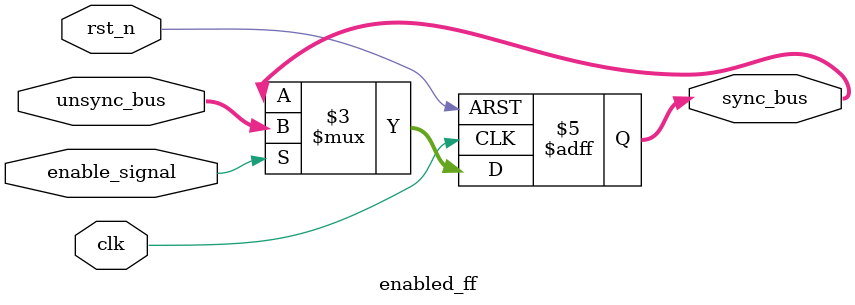
<source format=v>
module enabled_ff #(parameter data_width= 8)(
    input [data_width-1:0]unsync_bus ,
    input enable_signal,
    input clk , rst_n ,
    output  reg[data_width-1:0]sync_bus

);

always @(posedge clk , negedge rst_n) begin
    if(!rst_n)
    sync_bus<=0;
    else if(enable_signal)
    sync_bus<=unsync_bus;
end
endmodule

</source>
